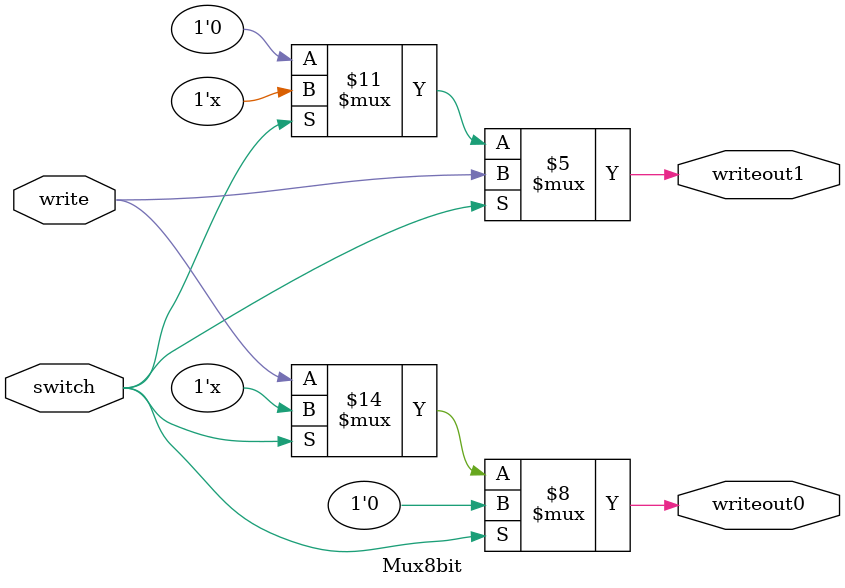
<source format=v>
`timescale 1ns / 1ps


module Mux8bit(
    input write,switch,
    output reg writeout0,writeout1
    );
     always@(switch,write)
       begin
           if( switch==0)
           begin
            writeout0 = write;
            writeout1 = 0;
           end
           if( switch==1)
           begin
            writeout0 = 0;
            writeout1 = write;
           end
       end
endmodule


</source>
